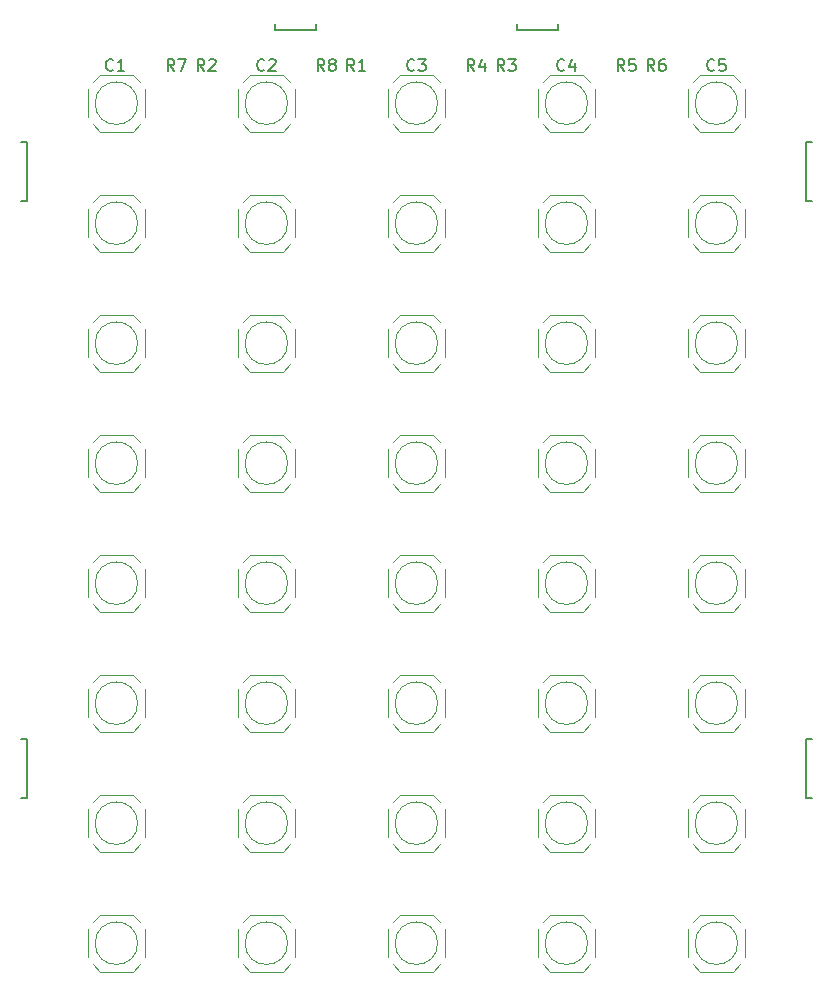
<source format=gbr>
%TF.GenerationSoftware,KiCad,Pcbnew,8.0.4*%
%TF.CreationDate,2024-09-09T09:43:21+10:00*%
%TF.ProjectId,ti45_keyboard,74693435-5f6b-4657-9962-6f6172642e6b,rev?*%
%TF.SameCoordinates,Original*%
%TF.FileFunction,Legend,Top*%
%TF.FilePolarity,Positive*%
%FSLAX46Y46*%
G04 Gerber Fmt 4.6, Leading zero omitted, Abs format (unit mm)*
G04 Created by KiCad (PCBNEW 8.0.4) date 2024-09-09 09:43:21*
%MOMM*%
%LPD*%
G01*
G04 APERTURE LIST*
%ADD10C,0.150000*%
%ADD11C,0.120000*%
G04 APERTURE END LIST*
D10*
X8500000Y-500000D02*
X8500000Y-1000000D01*
X-33000000Y-10500000D02*
X-33000000Y-15500000D01*
X-33000000Y-61000000D02*
X-33000000Y-66000000D01*
X-8500000Y-1000000D02*
X-8500000Y-500000D01*
X33500000Y-61000000D02*
X33000000Y-61000000D01*
X33000000Y-66000000D02*
X33500000Y-66000000D01*
X-33000000Y-66000000D02*
X-33500000Y-66000000D01*
X-8500000Y-1000000D02*
X-12000000Y-1000000D01*
X33000000Y-61000000D02*
X33000000Y-66000000D01*
X8500000Y-1000000D02*
X12000000Y-1000000D01*
X-33500000Y-15500000D02*
X-33000000Y-15500000D01*
X-33500000Y-10500000D02*
X-33000000Y-10500000D01*
X33500000Y-10500000D02*
X33000000Y-10500000D01*
X-33500000Y-61000000D02*
X-33000000Y-61000000D01*
X12000000Y-1000000D02*
X12000000Y-500000D01*
X-12000000Y-500000D02*
X-12000000Y-1000000D01*
X33000000Y-10500000D02*
X33000000Y-15500000D01*
X33000000Y-15500000D02*
X33500000Y-15500000D01*
X20153333Y-4454819D02*
X19820000Y-3978628D01*
X19581905Y-4454819D02*
X19581905Y-3454819D01*
X19581905Y-3454819D02*
X19962857Y-3454819D01*
X19962857Y-3454819D02*
X20058095Y-3502438D01*
X20058095Y-3502438D02*
X20105714Y-3550057D01*
X20105714Y-3550057D02*
X20153333Y-3645295D01*
X20153333Y-3645295D02*
X20153333Y-3788152D01*
X20153333Y-3788152D02*
X20105714Y-3883390D01*
X20105714Y-3883390D02*
X20058095Y-3931009D01*
X20058095Y-3931009D02*
X19962857Y-3978628D01*
X19962857Y-3978628D02*
X19581905Y-3978628D01*
X21010476Y-3454819D02*
X20820000Y-3454819D01*
X20820000Y-3454819D02*
X20724762Y-3502438D01*
X20724762Y-3502438D02*
X20677143Y-3550057D01*
X20677143Y-3550057D02*
X20581905Y-3692914D01*
X20581905Y-3692914D02*
X20534286Y-3883390D01*
X20534286Y-3883390D02*
X20534286Y-4264342D01*
X20534286Y-4264342D02*
X20581905Y-4359580D01*
X20581905Y-4359580D02*
X20629524Y-4407200D01*
X20629524Y-4407200D02*
X20724762Y-4454819D01*
X20724762Y-4454819D02*
X20915238Y-4454819D01*
X20915238Y-4454819D02*
X21010476Y-4407200D01*
X21010476Y-4407200D02*
X21058095Y-4359580D01*
X21058095Y-4359580D02*
X21105714Y-4264342D01*
X21105714Y-4264342D02*
X21105714Y-4026247D01*
X21105714Y-4026247D02*
X21058095Y-3931009D01*
X21058095Y-3931009D02*
X21010476Y-3883390D01*
X21010476Y-3883390D02*
X20915238Y-3835771D01*
X20915238Y-3835771D02*
X20724762Y-3835771D01*
X20724762Y-3835771D02*
X20629524Y-3883390D01*
X20629524Y-3883390D02*
X20581905Y-3931009D01*
X20581905Y-3931009D02*
X20534286Y-4026247D01*
X-12866666Y-4359580D02*
X-12914285Y-4407200D01*
X-12914285Y-4407200D02*
X-13057142Y-4454819D01*
X-13057142Y-4454819D02*
X-13152380Y-4454819D01*
X-13152380Y-4454819D02*
X-13295237Y-4407200D01*
X-13295237Y-4407200D02*
X-13390475Y-4311961D01*
X-13390475Y-4311961D02*
X-13438094Y-4216723D01*
X-13438094Y-4216723D02*
X-13485713Y-4026247D01*
X-13485713Y-4026247D02*
X-13485713Y-3883390D01*
X-13485713Y-3883390D02*
X-13438094Y-3692914D01*
X-13438094Y-3692914D02*
X-13390475Y-3597676D01*
X-13390475Y-3597676D02*
X-13295237Y-3502438D01*
X-13295237Y-3502438D02*
X-13152380Y-3454819D01*
X-13152380Y-3454819D02*
X-13057142Y-3454819D01*
X-13057142Y-3454819D02*
X-12914285Y-3502438D01*
X-12914285Y-3502438D02*
X-12866666Y-3550057D01*
X-12485713Y-3550057D02*
X-12438094Y-3502438D01*
X-12438094Y-3502438D02*
X-12342856Y-3454819D01*
X-12342856Y-3454819D02*
X-12104761Y-3454819D01*
X-12104761Y-3454819D02*
X-12009523Y-3502438D01*
X-12009523Y-3502438D02*
X-11961904Y-3550057D01*
X-11961904Y-3550057D02*
X-11914285Y-3645295D01*
X-11914285Y-3645295D02*
X-11914285Y-3740533D01*
X-11914285Y-3740533D02*
X-11961904Y-3883390D01*
X-11961904Y-3883390D02*
X-12533332Y-4454819D01*
X-12533332Y-4454819D02*
X-11914285Y-4454819D01*
X25233333Y-4359580D02*
X25185714Y-4407200D01*
X25185714Y-4407200D02*
X25042857Y-4454819D01*
X25042857Y-4454819D02*
X24947619Y-4454819D01*
X24947619Y-4454819D02*
X24804762Y-4407200D01*
X24804762Y-4407200D02*
X24709524Y-4311961D01*
X24709524Y-4311961D02*
X24661905Y-4216723D01*
X24661905Y-4216723D02*
X24614286Y-4026247D01*
X24614286Y-4026247D02*
X24614286Y-3883390D01*
X24614286Y-3883390D02*
X24661905Y-3692914D01*
X24661905Y-3692914D02*
X24709524Y-3597676D01*
X24709524Y-3597676D02*
X24804762Y-3502438D01*
X24804762Y-3502438D02*
X24947619Y-3454819D01*
X24947619Y-3454819D02*
X25042857Y-3454819D01*
X25042857Y-3454819D02*
X25185714Y-3502438D01*
X25185714Y-3502438D02*
X25233333Y-3550057D01*
X26138095Y-3454819D02*
X25661905Y-3454819D01*
X25661905Y-3454819D02*
X25614286Y-3931009D01*
X25614286Y-3931009D02*
X25661905Y-3883390D01*
X25661905Y-3883390D02*
X25757143Y-3835771D01*
X25757143Y-3835771D02*
X25995238Y-3835771D01*
X25995238Y-3835771D02*
X26090476Y-3883390D01*
X26090476Y-3883390D02*
X26138095Y-3931009D01*
X26138095Y-3931009D02*
X26185714Y-4026247D01*
X26185714Y-4026247D02*
X26185714Y-4264342D01*
X26185714Y-4264342D02*
X26138095Y-4359580D01*
X26138095Y-4359580D02*
X26090476Y-4407200D01*
X26090476Y-4407200D02*
X25995238Y-4454819D01*
X25995238Y-4454819D02*
X25757143Y-4454819D01*
X25757143Y-4454819D02*
X25661905Y-4407200D01*
X25661905Y-4407200D02*
X25614286Y-4359580D01*
X-166666Y-4359580D02*
X-214285Y-4407200D01*
X-214285Y-4407200D02*
X-357142Y-4454819D01*
X-357142Y-4454819D02*
X-452380Y-4454819D01*
X-452380Y-4454819D02*
X-595237Y-4407200D01*
X-595237Y-4407200D02*
X-690475Y-4311961D01*
X-690475Y-4311961D02*
X-738094Y-4216723D01*
X-738094Y-4216723D02*
X-785713Y-4026247D01*
X-785713Y-4026247D02*
X-785713Y-3883390D01*
X-785713Y-3883390D02*
X-738094Y-3692914D01*
X-738094Y-3692914D02*
X-690475Y-3597676D01*
X-690475Y-3597676D02*
X-595237Y-3502438D01*
X-595237Y-3502438D02*
X-452380Y-3454819D01*
X-452380Y-3454819D02*
X-357142Y-3454819D01*
X-357142Y-3454819D02*
X-214285Y-3502438D01*
X-214285Y-3502438D02*
X-166666Y-3550057D01*
X166667Y-3454819D02*
X785714Y-3454819D01*
X785714Y-3454819D02*
X452381Y-3835771D01*
X452381Y-3835771D02*
X595238Y-3835771D01*
X595238Y-3835771D02*
X690476Y-3883390D01*
X690476Y-3883390D02*
X738095Y-3931009D01*
X738095Y-3931009D02*
X785714Y-4026247D01*
X785714Y-4026247D02*
X785714Y-4264342D01*
X785714Y-4264342D02*
X738095Y-4359580D01*
X738095Y-4359580D02*
X690476Y-4407200D01*
X690476Y-4407200D02*
X595238Y-4454819D01*
X595238Y-4454819D02*
X309524Y-4454819D01*
X309524Y-4454819D02*
X214286Y-4407200D01*
X214286Y-4407200D02*
X166667Y-4359580D01*
X4913333Y-4454819D02*
X4580000Y-3978628D01*
X4341905Y-4454819D02*
X4341905Y-3454819D01*
X4341905Y-3454819D02*
X4722857Y-3454819D01*
X4722857Y-3454819D02*
X4818095Y-3502438D01*
X4818095Y-3502438D02*
X4865714Y-3550057D01*
X4865714Y-3550057D02*
X4913333Y-3645295D01*
X4913333Y-3645295D02*
X4913333Y-3788152D01*
X4913333Y-3788152D02*
X4865714Y-3883390D01*
X4865714Y-3883390D02*
X4818095Y-3931009D01*
X4818095Y-3931009D02*
X4722857Y-3978628D01*
X4722857Y-3978628D02*
X4341905Y-3978628D01*
X5770476Y-3788152D02*
X5770476Y-4454819D01*
X5532381Y-3407200D02*
X5294286Y-4121485D01*
X5294286Y-4121485D02*
X5913333Y-4121485D01*
X-20486666Y-4454819D02*
X-20819999Y-3978628D01*
X-21058094Y-4454819D02*
X-21058094Y-3454819D01*
X-21058094Y-3454819D02*
X-20677142Y-3454819D01*
X-20677142Y-3454819D02*
X-20581904Y-3502438D01*
X-20581904Y-3502438D02*
X-20534285Y-3550057D01*
X-20534285Y-3550057D02*
X-20486666Y-3645295D01*
X-20486666Y-3645295D02*
X-20486666Y-3788152D01*
X-20486666Y-3788152D02*
X-20534285Y-3883390D01*
X-20534285Y-3883390D02*
X-20581904Y-3931009D01*
X-20581904Y-3931009D02*
X-20677142Y-3978628D01*
X-20677142Y-3978628D02*
X-21058094Y-3978628D01*
X-20153332Y-3454819D02*
X-19486666Y-3454819D01*
X-19486666Y-3454819D02*
X-19915237Y-4454819D01*
X12533333Y-4359580D02*
X12485714Y-4407200D01*
X12485714Y-4407200D02*
X12342857Y-4454819D01*
X12342857Y-4454819D02*
X12247619Y-4454819D01*
X12247619Y-4454819D02*
X12104762Y-4407200D01*
X12104762Y-4407200D02*
X12009524Y-4311961D01*
X12009524Y-4311961D02*
X11961905Y-4216723D01*
X11961905Y-4216723D02*
X11914286Y-4026247D01*
X11914286Y-4026247D02*
X11914286Y-3883390D01*
X11914286Y-3883390D02*
X11961905Y-3692914D01*
X11961905Y-3692914D02*
X12009524Y-3597676D01*
X12009524Y-3597676D02*
X12104762Y-3502438D01*
X12104762Y-3502438D02*
X12247619Y-3454819D01*
X12247619Y-3454819D02*
X12342857Y-3454819D01*
X12342857Y-3454819D02*
X12485714Y-3502438D01*
X12485714Y-3502438D02*
X12533333Y-3550057D01*
X13390476Y-3788152D02*
X13390476Y-4454819D01*
X13152381Y-3407200D02*
X12914286Y-4121485D01*
X12914286Y-4121485D02*
X13533333Y-4121485D01*
X-17946666Y-4454819D02*
X-18279999Y-3978628D01*
X-18518094Y-4454819D02*
X-18518094Y-3454819D01*
X-18518094Y-3454819D02*
X-18137142Y-3454819D01*
X-18137142Y-3454819D02*
X-18041904Y-3502438D01*
X-18041904Y-3502438D02*
X-17994285Y-3550057D01*
X-17994285Y-3550057D02*
X-17946666Y-3645295D01*
X-17946666Y-3645295D02*
X-17946666Y-3788152D01*
X-17946666Y-3788152D02*
X-17994285Y-3883390D01*
X-17994285Y-3883390D02*
X-18041904Y-3931009D01*
X-18041904Y-3931009D02*
X-18137142Y-3978628D01*
X-18137142Y-3978628D02*
X-18518094Y-3978628D01*
X-17565713Y-3550057D02*
X-17518094Y-3502438D01*
X-17518094Y-3502438D02*
X-17422856Y-3454819D01*
X-17422856Y-3454819D02*
X-17184761Y-3454819D01*
X-17184761Y-3454819D02*
X-17089523Y-3502438D01*
X-17089523Y-3502438D02*
X-17041904Y-3550057D01*
X-17041904Y-3550057D02*
X-16994285Y-3645295D01*
X-16994285Y-3645295D02*
X-16994285Y-3740533D01*
X-16994285Y-3740533D02*
X-17041904Y-3883390D01*
X-17041904Y-3883390D02*
X-17613332Y-4454819D01*
X-17613332Y-4454819D02*
X-16994285Y-4454819D01*
X-5266666Y-4454819D02*
X-5599999Y-3978628D01*
X-5838094Y-4454819D02*
X-5838094Y-3454819D01*
X-5838094Y-3454819D02*
X-5457142Y-3454819D01*
X-5457142Y-3454819D02*
X-5361904Y-3502438D01*
X-5361904Y-3502438D02*
X-5314285Y-3550057D01*
X-5314285Y-3550057D02*
X-5266666Y-3645295D01*
X-5266666Y-3645295D02*
X-5266666Y-3788152D01*
X-5266666Y-3788152D02*
X-5314285Y-3883390D01*
X-5314285Y-3883390D02*
X-5361904Y-3931009D01*
X-5361904Y-3931009D02*
X-5457142Y-3978628D01*
X-5457142Y-3978628D02*
X-5838094Y-3978628D01*
X-4314285Y-4454819D02*
X-4885713Y-4454819D01*
X-4599999Y-4454819D02*
X-4599999Y-3454819D01*
X-4599999Y-3454819D02*
X-4695237Y-3597676D01*
X-4695237Y-3597676D02*
X-4790475Y-3692914D01*
X-4790475Y-3692914D02*
X-4885713Y-3740533D01*
X17613333Y-4454819D02*
X17280000Y-3978628D01*
X17041905Y-4454819D02*
X17041905Y-3454819D01*
X17041905Y-3454819D02*
X17422857Y-3454819D01*
X17422857Y-3454819D02*
X17518095Y-3502438D01*
X17518095Y-3502438D02*
X17565714Y-3550057D01*
X17565714Y-3550057D02*
X17613333Y-3645295D01*
X17613333Y-3645295D02*
X17613333Y-3788152D01*
X17613333Y-3788152D02*
X17565714Y-3883390D01*
X17565714Y-3883390D02*
X17518095Y-3931009D01*
X17518095Y-3931009D02*
X17422857Y-3978628D01*
X17422857Y-3978628D02*
X17041905Y-3978628D01*
X18518095Y-3454819D02*
X18041905Y-3454819D01*
X18041905Y-3454819D02*
X17994286Y-3931009D01*
X17994286Y-3931009D02*
X18041905Y-3883390D01*
X18041905Y-3883390D02*
X18137143Y-3835771D01*
X18137143Y-3835771D02*
X18375238Y-3835771D01*
X18375238Y-3835771D02*
X18470476Y-3883390D01*
X18470476Y-3883390D02*
X18518095Y-3931009D01*
X18518095Y-3931009D02*
X18565714Y-4026247D01*
X18565714Y-4026247D02*
X18565714Y-4264342D01*
X18565714Y-4264342D02*
X18518095Y-4359580D01*
X18518095Y-4359580D02*
X18470476Y-4407200D01*
X18470476Y-4407200D02*
X18375238Y-4454819D01*
X18375238Y-4454819D02*
X18137143Y-4454819D01*
X18137143Y-4454819D02*
X18041905Y-4407200D01*
X18041905Y-4407200D02*
X17994286Y-4359580D01*
X-7786666Y-4454819D02*
X-8119999Y-3978628D01*
X-8358094Y-4454819D02*
X-8358094Y-3454819D01*
X-8358094Y-3454819D02*
X-7977142Y-3454819D01*
X-7977142Y-3454819D02*
X-7881904Y-3502438D01*
X-7881904Y-3502438D02*
X-7834285Y-3550057D01*
X-7834285Y-3550057D02*
X-7786666Y-3645295D01*
X-7786666Y-3645295D02*
X-7786666Y-3788152D01*
X-7786666Y-3788152D02*
X-7834285Y-3883390D01*
X-7834285Y-3883390D02*
X-7881904Y-3931009D01*
X-7881904Y-3931009D02*
X-7977142Y-3978628D01*
X-7977142Y-3978628D02*
X-8358094Y-3978628D01*
X-7215237Y-3883390D02*
X-7310475Y-3835771D01*
X-7310475Y-3835771D02*
X-7358094Y-3788152D01*
X-7358094Y-3788152D02*
X-7405713Y-3692914D01*
X-7405713Y-3692914D02*
X-7405713Y-3645295D01*
X-7405713Y-3645295D02*
X-7358094Y-3550057D01*
X-7358094Y-3550057D02*
X-7310475Y-3502438D01*
X-7310475Y-3502438D02*
X-7215237Y-3454819D01*
X-7215237Y-3454819D02*
X-7024761Y-3454819D01*
X-7024761Y-3454819D02*
X-6929523Y-3502438D01*
X-6929523Y-3502438D02*
X-6881904Y-3550057D01*
X-6881904Y-3550057D02*
X-6834285Y-3645295D01*
X-6834285Y-3645295D02*
X-6834285Y-3692914D01*
X-6834285Y-3692914D02*
X-6881904Y-3788152D01*
X-6881904Y-3788152D02*
X-6929523Y-3835771D01*
X-6929523Y-3835771D02*
X-7024761Y-3883390D01*
X-7024761Y-3883390D02*
X-7215237Y-3883390D01*
X-7215237Y-3883390D02*
X-7310475Y-3931009D01*
X-7310475Y-3931009D02*
X-7358094Y-3978628D01*
X-7358094Y-3978628D02*
X-7405713Y-4073866D01*
X-7405713Y-4073866D02*
X-7405713Y-4264342D01*
X-7405713Y-4264342D02*
X-7358094Y-4359580D01*
X-7358094Y-4359580D02*
X-7310475Y-4407200D01*
X-7310475Y-4407200D02*
X-7215237Y-4454819D01*
X-7215237Y-4454819D02*
X-7024761Y-4454819D01*
X-7024761Y-4454819D02*
X-6929523Y-4407200D01*
X-6929523Y-4407200D02*
X-6881904Y-4359580D01*
X-6881904Y-4359580D02*
X-6834285Y-4264342D01*
X-6834285Y-4264342D02*
X-6834285Y-4073866D01*
X-6834285Y-4073866D02*
X-6881904Y-3978628D01*
X-6881904Y-3978628D02*
X-6929523Y-3931009D01*
X-6929523Y-3931009D02*
X-7024761Y-3883390D01*
X7453333Y-4454819D02*
X7120000Y-3978628D01*
X6881905Y-4454819D02*
X6881905Y-3454819D01*
X6881905Y-3454819D02*
X7262857Y-3454819D01*
X7262857Y-3454819D02*
X7358095Y-3502438D01*
X7358095Y-3502438D02*
X7405714Y-3550057D01*
X7405714Y-3550057D02*
X7453333Y-3645295D01*
X7453333Y-3645295D02*
X7453333Y-3788152D01*
X7453333Y-3788152D02*
X7405714Y-3883390D01*
X7405714Y-3883390D02*
X7358095Y-3931009D01*
X7358095Y-3931009D02*
X7262857Y-3978628D01*
X7262857Y-3978628D02*
X6881905Y-3978628D01*
X7786667Y-3454819D02*
X8405714Y-3454819D01*
X8405714Y-3454819D02*
X8072381Y-3835771D01*
X8072381Y-3835771D02*
X8215238Y-3835771D01*
X8215238Y-3835771D02*
X8310476Y-3883390D01*
X8310476Y-3883390D02*
X8358095Y-3931009D01*
X8358095Y-3931009D02*
X8405714Y-4026247D01*
X8405714Y-4026247D02*
X8405714Y-4264342D01*
X8405714Y-4264342D02*
X8358095Y-4359580D01*
X8358095Y-4359580D02*
X8310476Y-4407200D01*
X8310476Y-4407200D02*
X8215238Y-4454819D01*
X8215238Y-4454819D02*
X7929524Y-4454819D01*
X7929524Y-4454819D02*
X7834286Y-4407200D01*
X7834286Y-4407200D02*
X7786667Y-4359580D01*
X-25666666Y-4359580D02*
X-25714285Y-4407200D01*
X-25714285Y-4407200D02*
X-25857142Y-4454819D01*
X-25857142Y-4454819D02*
X-25952380Y-4454819D01*
X-25952380Y-4454819D02*
X-26095237Y-4407200D01*
X-26095237Y-4407200D02*
X-26190475Y-4311961D01*
X-26190475Y-4311961D02*
X-26238094Y-4216723D01*
X-26238094Y-4216723D02*
X-26285713Y-4026247D01*
X-26285713Y-4026247D02*
X-26285713Y-3883390D01*
X-26285713Y-3883390D02*
X-26238094Y-3692914D01*
X-26238094Y-3692914D02*
X-26190475Y-3597676D01*
X-26190475Y-3597676D02*
X-26095237Y-3502438D01*
X-26095237Y-3502438D02*
X-25952380Y-3454819D01*
X-25952380Y-3454819D02*
X-25857142Y-3454819D01*
X-25857142Y-3454819D02*
X-25714285Y-3502438D01*
X-25714285Y-3502438D02*
X-25666666Y-3550057D01*
X-24714285Y-4454819D02*
X-25285713Y-4454819D01*
X-24999999Y-4454819D02*
X-24999999Y-3454819D01*
X-24999999Y-3454819D02*
X-25095237Y-3597676D01*
X-25095237Y-3597676D02*
X-25190475Y-3692914D01*
X-25190475Y-3692914D02*
X-25285713Y-3740533D01*
D11*
%TO.C,SW1*%
X-27800000Y-8390000D02*
X-27800000Y-5990000D01*
X-27400000Y-5390000D02*
X-26800000Y-4790000D01*
X-26800000Y-4790000D02*
X-24000000Y-4790000D01*
X-26800000Y-9590000D02*
X-27400000Y-8990000D01*
X-24000000Y-4790000D02*
X-23400000Y-5390000D01*
X-24000000Y-9590000D02*
X-26800000Y-9590000D01*
X-23400000Y-8990000D02*
X-24000000Y-9590000D01*
X-23000000Y-5990000D02*
X-23000000Y-8390000D01*
X-23600000Y-7190000D02*
G75*
G02*
X-27200000Y-7190000I-1800000J0D01*
G01*
X-27200000Y-7190000D02*
G75*
G02*
X-23600000Y-7190000I1800000J0D01*
G01*
%TO.C,SW27*%
X-15100000Y-59190000D02*
X-15100000Y-56790000D01*
X-14700000Y-56190000D02*
X-14100000Y-55590000D01*
X-14100000Y-55590000D02*
X-11300000Y-55590000D01*
X-14100000Y-60390000D02*
X-14700000Y-59790000D01*
X-11300000Y-55590000D02*
X-10700000Y-56190000D01*
X-11300000Y-60390000D02*
X-14100000Y-60390000D01*
X-10700000Y-59790000D02*
X-11300000Y-60390000D01*
X-10300000Y-56790000D02*
X-10300000Y-59190000D01*
X-10900000Y-57990000D02*
G75*
G02*
X-14500000Y-57990000I-1800000J0D01*
G01*
X-14500000Y-57990000D02*
G75*
G02*
X-10900000Y-57990000I1800000J0D01*
G01*
%TO.C,SW7*%
X-15100000Y-18550000D02*
X-15100000Y-16150000D01*
X-14700000Y-15550000D02*
X-14100000Y-14950000D01*
X-14100000Y-14950000D02*
X-11300000Y-14950000D01*
X-14100000Y-19750000D02*
X-14700000Y-19150000D01*
X-11300000Y-14950000D02*
X-10700000Y-15550000D01*
X-11300000Y-19750000D02*
X-14100000Y-19750000D01*
X-10700000Y-19150000D02*
X-11300000Y-19750000D01*
X-10300000Y-16150000D02*
X-10300000Y-18550000D01*
X-10900000Y-17350000D02*
G75*
G02*
X-14500000Y-17350000I-1800000J0D01*
G01*
X-14500000Y-17350000D02*
G75*
G02*
X-10900000Y-17350000I1800000J0D01*
G01*
%TO.C,SW34*%
X10300000Y-69350000D02*
X10300000Y-66950000D01*
X10700000Y-66350000D02*
X11300000Y-65750000D01*
X11300000Y-65750000D02*
X14100000Y-65750000D01*
X11300000Y-70550000D02*
X10700000Y-69950000D01*
X14100000Y-65750000D02*
X14700000Y-66350000D01*
X14100000Y-70550000D02*
X11300000Y-70550000D01*
X14700000Y-69950000D02*
X14100000Y-70550000D01*
X15100000Y-66950000D02*
X15100000Y-69350000D01*
X14500000Y-68150000D02*
G75*
G02*
X10900000Y-68150000I-1800000J0D01*
G01*
X10900000Y-68150000D02*
G75*
G02*
X14500000Y-68150000I1800000J0D01*
G01*
%TO.C,SW6*%
X-27800000Y-18550000D02*
X-27800000Y-16150000D01*
X-27400000Y-15550000D02*
X-26800000Y-14950000D01*
X-26800000Y-14950000D02*
X-24000000Y-14950000D01*
X-26800000Y-19750000D02*
X-27400000Y-19150000D01*
X-24000000Y-14950000D02*
X-23400000Y-15550000D01*
X-24000000Y-19750000D02*
X-26800000Y-19750000D01*
X-23400000Y-19150000D02*
X-24000000Y-19750000D01*
X-23000000Y-16150000D02*
X-23000000Y-18550000D01*
X-23600000Y-17350000D02*
G75*
G02*
X-27200000Y-17350000I-1800000J0D01*
G01*
X-27200000Y-17350000D02*
G75*
G02*
X-23600000Y-17350000I1800000J0D01*
G01*
%TO.C,SW33*%
X-2400000Y-69350000D02*
X-2400000Y-66950000D01*
X-2000000Y-66350000D02*
X-1400000Y-65750000D01*
X-1400000Y-65750000D02*
X1400000Y-65750000D01*
X-1400000Y-70550000D02*
X-2000000Y-69950000D01*
X1400000Y-65750000D02*
X2000000Y-66350000D01*
X1400000Y-70550000D02*
X-1400000Y-70550000D01*
X2000000Y-69950000D02*
X1400000Y-70550000D01*
X2400000Y-66950000D02*
X2400000Y-69350000D01*
X1800000Y-68150000D02*
G75*
G02*
X-1800000Y-68150000I-1800000J0D01*
G01*
X-1800000Y-68150000D02*
G75*
G02*
X1800000Y-68150000I1800000J0D01*
G01*
%TO.C,SW17*%
X-15100000Y-38870000D02*
X-15100000Y-36470000D01*
X-14700000Y-35870000D02*
X-14100000Y-35270000D01*
X-14100000Y-35270000D02*
X-11300000Y-35270000D01*
X-14100000Y-40070000D02*
X-14700000Y-39470000D01*
X-11300000Y-35270000D02*
X-10700000Y-35870000D01*
X-11300000Y-40070000D02*
X-14100000Y-40070000D01*
X-10700000Y-39470000D02*
X-11300000Y-40070000D01*
X-10300000Y-36470000D02*
X-10300000Y-38870000D01*
X-10900000Y-37670000D02*
G75*
G02*
X-14500000Y-37670000I-1800000J0D01*
G01*
X-14500000Y-37670000D02*
G75*
G02*
X-10900000Y-37670000I1800000J0D01*
G01*
%TO.C,SW2*%
X-15100000Y-8390000D02*
X-15100000Y-5990000D01*
X-14700000Y-5390000D02*
X-14100000Y-4790000D01*
X-14100000Y-4790000D02*
X-11300000Y-4790000D01*
X-14100000Y-9590000D02*
X-14700000Y-8990000D01*
X-11300000Y-4790000D02*
X-10700000Y-5390000D01*
X-11300000Y-9590000D02*
X-14100000Y-9590000D01*
X-10700000Y-8990000D02*
X-11300000Y-9590000D01*
X-10300000Y-5990000D02*
X-10300000Y-8390000D01*
X-10900000Y-7190000D02*
G75*
G02*
X-14500000Y-7190000I-1800000J0D01*
G01*
X-14500000Y-7190000D02*
G75*
G02*
X-10900000Y-7190000I1800000J0D01*
G01*
%TO.C,SW28*%
X-2400000Y-59190000D02*
X-2400000Y-56790000D01*
X-2000000Y-56190000D02*
X-1400000Y-55590000D01*
X-1400000Y-55590000D02*
X1400000Y-55590000D01*
X-1400000Y-60390000D02*
X-2000000Y-59790000D01*
X1400000Y-55590000D02*
X2000000Y-56190000D01*
X1400000Y-60390000D02*
X-1400000Y-60390000D01*
X2000000Y-59790000D02*
X1400000Y-60390000D01*
X2400000Y-56790000D02*
X2400000Y-59190000D01*
X1800000Y-57990000D02*
G75*
G02*
X-1800000Y-57990000I-1800000J0D01*
G01*
X-1800000Y-57990000D02*
G75*
G02*
X1800000Y-57990000I1800000J0D01*
G01*
%TO.C,SW19*%
X10300000Y-38870000D02*
X10300000Y-36470000D01*
X10700000Y-35870000D02*
X11300000Y-35270000D01*
X11300000Y-35270000D02*
X14100000Y-35270000D01*
X11300000Y-40070000D02*
X10700000Y-39470000D01*
X14100000Y-35270000D02*
X14700000Y-35870000D01*
X14100000Y-40070000D02*
X11300000Y-40070000D01*
X14700000Y-39470000D02*
X14100000Y-40070000D01*
X15100000Y-36470000D02*
X15100000Y-38870000D01*
X14500000Y-37670000D02*
G75*
G02*
X10900000Y-37670000I-1800000J0D01*
G01*
X10900000Y-37670000D02*
G75*
G02*
X14500000Y-37670000I1800000J0D01*
G01*
%TO.C,SW8*%
X-2400000Y-18550000D02*
X-2400000Y-16150000D01*
X-2000000Y-15550000D02*
X-1400000Y-14950000D01*
X-1400000Y-14950000D02*
X1400000Y-14950000D01*
X-1400000Y-19750000D02*
X-2000000Y-19150000D01*
X1400000Y-14950000D02*
X2000000Y-15550000D01*
X1400000Y-19750000D02*
X-1400000Y-19750000D01*
X2000000Y-19150000D02*
X1400000Y-19750000D01*
X2400000Y-16150000D02*
X2400000Y-18550000D01*
X1800000Y-17350000D02*
G75*
G02*
X-1800000Y-17350000I-1800000J0D01*
G01*
X-1800000Y-17350000D02*
G75*
G02*
X1800000Y-17350000I1800000J0D01*
G01*
%TO.C,SW40*%
X23000000Y-79510000D02*
X23000000Y-77110000D01*
X23400000Y-76510000D02*
X24000000Y-75910000D01*
X24000000Y-75910000D02*
X26800000Y-75910000D01*
X24000000Y-80710000D02*
X23400000Y-80110000D01*
X26800000Y-75910000D02*
X27400000Y-76510000D01*
X26800000Y-80710000D02*
X24000000Y-80710000D01*
X27400000Y-80110000D02*
X26800000Y-80710000D01*
X27800000Y-77110000D02*
X27800000Y-79510000D01*
X27200000Y-78310000D02*
G75*
G02*
X23600000Y-78310000I-1800000J0D01*
G01*
X23600000Y-78310000D02*
G75*
G02*
X27200000Y-78310000I1800000J0D01*
G01*
%TO.C,SW39*%
X10300000Y-79510000D02*
X10300000Y-77110000D01*
X10700000Y-76510000D02*
X11300000Y-75910000D01*
X11300000Y-75910000D02*
X14100000Y-75910000D01*
X11300000Y-80710000D02*
X10700000Y-80110000D01*
X14100000Y-75910000D02*
X14700000Y-76510000D01*
X14100000Y-80710000D02*
X11300000Y-80710000D01*
X14700000Y-80110000D02*
X14100000Y-80710000D01*
X15100000Y-77110000D02*
X15100000Y-79510000D01*
X14500000Y-78310000D02*
G75*
G02*
X10900000Y-78310000I-1800000J0D01*
G01*
X10900000Y-78310000D02*
G75*
G02*
X14500000Y-78310000I1800000J0D01*
G01*
%TO.C,SW20*%
X23000000Y-38870000D02*
X23000000Y-36470000D01*
X23400000Y-35870000D02*
X24000000Y-35270000D01*
X24000000Y-35270000D02*
X26800000Y-35270000D01*
X24000000Y-40070000D02*
X23400000Y-39470000D01*
X26800000Y-35270000D02*
X27400000Y-35870000D01*
X26800000Y-40070000D02*
X24000000Y-40070000D01*
X27400000Y-39470000D02*
X26800000Y-40070000D01*
X27800000Y-36470000D02*
X27800000Y-38870000D01*
X27200000Y-37670000D02*
G75*
G02*
X23600000Y-37670000I-1800000J0D01*
G01*
X23600000Y-37670000D02*
G75*
G02*
X27200000Y-37670000I1800000J0D01*
G01*
%TO.C,SW26*%
X-27800000Y-59190000D02*
X-27800000Y-56790000D01*
X-27400000Y-56190000D02*
X-26800000Y-55590000D01*
X-26800000Y-55590000D02*
X-24000000Y-55590000D01*
X-26800000Y-60390000D02*
X-27400000Y-59790000D01*
X-24000000Y-55590000D02*
X-23400000Y-56190000D01*
X-24000000Y-60390000D02*
X-26800000Y-60390000D01*
X-23400000Y-59790000D02*
X-24000000Y-60390000D01*
X-23000000Y-56790000D02*
X-23000000Y-59190000D01*
X-23600000Y-57990000D02*
G75*
G02*
X-27200000Y-57990000I-1800000J0D01*
G01*
X-27200000Y-57990000D02*
G75*
G02*
X-23600000Y-57990000I1800000J0D01*
G01*
%TO.C,SW5*%
X23000000Y-8390000D02*
X23000000Y-5990000D01*
X23400000Y-5390000D02*
X24000000Y-4790000D01*
X24000000Y-4790000D02*
X26800000Y-4790000D01*
X24000000Y-9590000D02*
X23400000Y-8990000D01*
X26800000Y-4790000D02*
X27400000Y-5390000D01*
X26800000Y-9590000D02*
X24000000Y-9590000D01*
X27400000Y-8990000D02*
X26800000Y-9590000D01*
X27800000Y-5990000D02*
X27800000Y-8390000D01*
X27200000Y-7190000D02*
G75*
G02*
X23600000Y-7190000I-1800000J0D01*
G01*
X23600000Y-7190000D02*
G75*
G02*
X27200000Y-7190000I1800000J0D01*
G01*
%TO.C,SW15*%
X23000000Y-28710000D02*
X23000000Y-26310000D01*
X23400000Y-25710000D02*
X24000000Y-25110000D01*
X24000000Y-25110000D02*
X26800000Y-25110000D01*
X24000000Y-29910000D02*
X23400000Y-29310000D01*
X26800000Y-25110000D02*
X27400000Y-25710000D01*
X26800000Y-29910000D02*
X24000000Y-29910000D01*
X27400000Y-29310000D02*
X26800000Y-29910000D01*
X27800000Y-26310000D02*
X27800000Y-28710000D01*
X27200000Y-27510000D02*
G75*
G02*
X23600000Y-27510000I-1800000J0D01*
G01*
X23600000Y-27510000D02*
G75*
G02*
X27200000Y-27510000I1800000J0D01*
G01*
%TO.C,SW4*%
X10300000Y-8390000D02*
X10300000Y-5990000D01*
X10700000Y-5390000D02*
X11300000Y-4790000D01*
X11300000Y-4790000D02*
X14100000Y-4790000D01*
X11300000Y-9590000D02*
X10700000Y-8990000D01*
X14100000Y-4790000D02*
X14700000Y-5390000D01*
X14100000Y-9590000D02*
X11300000Y-9590000D01*
X14700000Y-8990000D02*
X14100000Y-9590000D01*
X15100000Y-5990000D02*
X15100000Y-8390000D01*
X14500000Y-7190000D02*
G75*
G02*
X10900000Y-7190000I-1800000J0D01*
G01*
X10900000Y-7190000D02*
G75*
G02*
X14500000Y-7190000I1800000J0D01*
G01*
%TO.C,SW37*%
X-15100000Y-79510000D02*
X-15100000Y-77110000D01*
X-14700000Y-76510000D02*
X-14100000Y-75910000D01*
X-14100000Y-75910000D02*
X-11300000Y-75910000D01*
X-14100000Y-80710000D02*
X-14700000Y-80110000D01*
X-11300000Y-75910000D02*
X-10700000Y-76510000D01*
X-11300000Y-80710000D02*
X-14100000Y-80710000D01*
X-10700000Y-80110000D02*
X-11300000Y-80710000D01*
X-10300000Y-77110000D02*
X-10300000Y-79510000D01*
X-10900000Y-78310000D02*
G75*
G02*
X-14500000Y-78310000I-1800000J0D01*
G01*
X-14500000Y-78310000D02*
G75*
G02*
X-10900000Y-78310000I1800000J0D01*
G01*
%TO.C,SW21*%
X-27800000Y-49030000D02*
X-27800000Y-46630000D01*
X-27400000Y-46030000D02*
X-26800000Y-45430000D01*
X-26800000Y-45430000D02*
X-24000000Y-45430000D01*
X-26800000Y-50230000D02*
X-27400000Y-49630000D01*
X-24000000Y-45430000D02*
X-23400000Y-46030000D01*
X-24000000Y-50230000D02*
X-26800000Y-50230000D01*
X-23400000Y-49630000D02*
X-24000000Y-50230000D01*
X-23000000Y-46630000D02*
X-23000000Y-49030000D01*
X-23600000Y-47830000D02*
G75*
G02*
X-27200000Y-47830000I-1800000J0D01*
G01*
X-27200000Y-47830000D02*
G75*
G02*
X-23600000Y-47830000I1800000J0D01*
G01*
%TO.C,SW16*%
X-27800000Y-38870000D02*
X-27800000Y-36470000D01*
X-27400000Y-35870000D02*
X-26800000Y-35270000D01*
X-26800000Y-35270000D02*
X-24000000Y-35270000D01*
X-26800000Y-40070000D02*
X-27400000Y-39470000D01*
X-24000000Y-35270000D02*
X-23400000Y-35870000D01*
X-24000000Y-40070000D02*
X-26800000Y-40070000D01*
X-23400000Y-39470000D02*
X-24000000Y-40070000D01*
X-23000000Y-36470000D02*
X-23000000Y-38870000D01*
X-23600000Y-37670000D02*
G75*
G02*
X-27200000Y-37670000I-1800000J0D01*
G01*
X-27200000Y-37670000D02*
G75*
G02*
X-23600000Y-37670000I1800000J0D01*
G01*
%TO.C,SW3*%
X-2400000Y-8390000D02*
X-2400000Y-5990000D01*
X-2000000Y-5390000D02*
X-1400000Y-4790000D01*
X-1400000Y-4790000D02*
X1400000Y-4790000D01*
X-1400000Y-9590000D02*
X-2000000Y-8990000D01*
X1400000Y-4790000D02*
X2000000Y-5390000D01*
X1400000Y-9590000D02*
X-1400000Y-9590000D01*
X2000000Y-8990000D02*
X1400000Y-9590000D01*
X2400000Y-5990000D02*
X2400000Y-8390000D01*
X1800000Y-7190000D02*
G75*
G02*
X-1800000Y-7190000I-1800000J0D01*
G01*
X-1800000Y-7190000D02*
G75*
G02*
X1800000Y-7190000I1800000J0D01*
G01*
%TO.C,SW35*%
X23000000Y-69350000D02*
X23000000Y-66950000D01*
X23400000Y-66350000D02*
X24000000Y-65750000D01*
X24000000Y-65750000D02*
X26800000Y-65750000D01*
X24000000Y-70550000D02*
X23400000Y-69950000D01*
X26800000Y-65750000D02*
X27400000Y-66350000D01*
X26800000Y-70550000D02*
X24000000Y-70550000D01*
X27400000Y-69950000D02*
X26800000Y-70550000D01*
X27800000Y-66950000D02*
X27800000Y-69350000D01*
X27200000Y-68150000D02*
G75*
G02*
X23600000Y-68150000I-1800000J0D01*
G01*
X23600000Y-68150000D02*
G75*
G02*
X27200000Y-68150000I1800000J0D01*
G01*
%TO.C,SW32*%
X-15100000Y-69350000D02*
X-15100000Y-66950000D01*
X-14700000Y-66350000D02*
X-14100000Y-65750000D01*
X-14100000Y-65750000D02*
X-11300000Y-65750000D01*
X-14100000Y-70550000D02*
X-14700000Y-69950000D01*
X-11300000Y-65750000D02*
X-10700000Y-66350000D01*
X-11300000Y-70550000D02*
X-14100000Y-70550000D01*
X-10700000Y-69950000D02*
X-11300000Y-70550000D01*
X-10300000Y-66950000D02*
X-10300000Y-69350000D01*
X-10900000Y-68150000D02*
G75*
G02*
X-14500000Y-68150000I-1800000J0D01*
G01*
X-14500000Y-68150000D02*
G75*
G02*
X-10900000Y-68150000I1800000J0D01*
G01*
%TO.C,SW12*%
X-15100000Y-28710000D02*
X-15100000Y-26310000D01*
X-14700000Y-25710000D02*
X-14100000Y-25110000D01*
X-14100000Y-25110000D02*
X-11300000Y-25110000D01*
X-14100000Y-29910000D02*
X-14700000Y-29310000D01*
X-11300000Y-25110000D02*
X-10700000Y-25710000D01*
X-11300000Y-29910000D02*
X-14100000Y-29910000D01*
X-10700000Y-29310000D02*
X-11300000Y-29910000D01*
X-10300000Y-26310000D02*
X-10300000Y-28710000D01*
X-10900000Y-27510000D02*
G75*
G02*
X-14500000Y-27510000I-1800000J0D01*
G01*
X-14500000Y-27510000D02*
G75*
G02*
X-10900000Y-27510000I1800000J0D01*
G01*
%TO.C,SW14*%
X10300000Y-28710000D02*
X10300000Y-26310000D01*
X10700000Y-25710000D02*
X11300000Y-25110000D01*
X11300000Y-25110000D02*
X14100000Y-25110000D01*
X11300000Y-29910000D02*
X10700000Y-29310000D01*
X14100000Y-25110000D02*
X14700000Y-25710000D01*
X14100000Y-29910000D02*
X11300000Y-29910000D01*
X14700000Y-29310000D02*
X14100000Y-29910000D01*
X15100000Y-26310000D02*
X15100000Y-28710000D01*
X14500000Y-27510000D02*
G75*
G02*
X10900000Y-27510000I-1800000J0D01*
G01*
X10900000Y-27510000D02*
G75*
G02*
X14500000Y-27510000I1800000J0D01*
G01*
%TO.C,SW24*%
X10300000Y-49030000D02*
X10300000Y-46630000D01*
X10700000Y-46030000D02*
X11300000Y-45430000D01*
X11300000Y-45430000D02*
X14100000Y-45430000D01*
X11300000Y-50230000D02*
X10700000Y-49630000D01*
X14100000Y-45430000D02*
X14700000Y-46030000D01*
X14100000Y-50230000D02*
X11300000Y-50230000D01*
X14700000Y-49630000D02*
X14100000Y-50230000D01*
X15100000Y-46630000D02*
X15100000Y-49030000D01*
X14500000Y-47830000D02*
G75*
G02*
X10900000Y-47830000I-1800000J0D01*
G01*
X10900000Y-47830000D02*
G75*
G02*
X14500000Y-47830000I1800000J0D01*
G01*
%TO.C,SW9*%
X10300000Y-18550000D02*
X10300000Y-16150000D01*
X10700000Y-15550000D02*
X11300000Y-14950000D01*
X11300000Y-14950000D02*
X14100000Y-14950000D01*
X11300000Y-19750000D02*
X10700000Y-19150000D01*
X14100000Y-14950000D02*
X14700000Y-15550000D01*
X14100000Y-19750000D02*
X11300000Y-19750000D01*
X14700000Y-19150000D02*
X14100000Y-19750000D01*
X15100000Y-16150000D02*
X15100000Y-18550000D01*
X14500000Y-17350000D02*
G75*
G02*
X10900000Y-17350000I-1800000J0D01*
G01*
X10900000Y-17350000D02*
G75*
G02*
X14500000Y-17350000I1800000J0D01*
G01*
%TO.C,SW29*%
X10300000Y-59190000D02*
X10300000Y-56790000D01*
X10700000Y-56190000D02*
X11300000Y-55590000D01*
X11300000Y-55590000D02*
X14100000Y-55590000D01*
X11300000Y-60390000D02*
X10700000Y-59790000D01*
X14100000Y-55590000D02*
X14700000Y-56190000D01*
X14100000Y-60390000D02*
X11300000Y-60390000D01*
X14700000Y-59790000D02*
X14100000Y-60390000D01*
X15100000Y-56790000D02*
X15100000Y-59190000D01*
X14500000Y-57990000D02*
G75*
G02*
X10900000Y-57990000I-1800000J0D01*
G01*
X10900000Y-57990000D02*
G75*
G02*
X14500000Y-57990000I1800000J0D01*
G01*
%TO.C,SW36*%
X-27800000Y-79510000D02*
X-27800000Y-77110000D01*
X-27400000Y-76510000D02*
X-26800000Y-75910000D01*
X-26800000Y-75910000D02*
X-24000000Y-75910000D01*
X-26800000Y-80710000D02*
X-27400000Y-80110000D01*
X-24000000Y-75910000D02*
X-23400000Y-76510000D01*
X-24000000Y-80710000D02*
X-26800000Y-80710000D01*
X-23400000Y-80110000D02*
X-24000000Y-80710000D01*
X-23000000Y-77110000D02*
X-23000000Y-79510000D01*
X-23600000Y-78310000D02*
G75*
G02*
X-27200000Y-78310000I-1800000J0D01*
G01*
X-27200000Y-78310000D02*
G75*
G02*
X-23600000Y-78310000I1800000J0D01*
G01*
%TO.C,SW22*%
X-15100000Y-49030000D02*
X-15100000Y-46630000D01*
X-14700000Y-46030000D02*
X-14100000Y-45430000D01*
X-14100000Y-45430000D02*
X-11300000Y-45430000D01*
X-14100000Y-50230000D02*
X-14700000Y-49630000D01*
X-11300000Y-45430000D02*
X-10700000Y-46030000D01*
X-11300000Y-50230000D02*
X-14100000Y-50230000D01*
X-10700000Y-49630000D02*
X-11300000Y-50230000D01*
X-10300000Y-46630000D02*
X-10300000Y-49030000D01*
X-10900000Y-47830000D02*
G75*
G02*
X-14500000Y-47830000I-1800000J0D01*
G01*
X-14500000Y-47830000D02*
G75*
G02*
X-10900000Y-47830000I1800000J0D01*
G01*
%TO.C,SW11*%
X-27800000Y-28710000D02*
X-27800000Y-26310000D01*
X-27400000Y-25710000D02*
X-26800000Y-25110000D01*
X-26800000Y-25110000D02*
X-24000000Y-25110000D01*
X-26800000Y-29910000D02*
X-27400000Y-29310000D01*
X-24000000Y-25110000D02*
X-23400000Y-25710000D01*
X-24000000Y-29910000D02*
X-26800000Y-29910000D01*
X-23400000Y-29310000D02*
X-24000000Y-29910000D01*
X-23000000Y-26310000D02*
X-23000000Y-28710000D01*
X-23600000Y-27510000D02*
G75*
G02*
X-27200000Y-27510000I-1800000J0D01*
G01*
X-27200000Y-27510000D02*
G75*
G02*
X-23600000Y-27510000I1800000J0D01*
G01*
%TO.C,SW25*%
X23000000Y-49030000D02*
X23000000Y-46630000D01*
X23400000Y-46030000D02*
X24000000Y-45430000D01*
X24000000Y-45430000D02*
X26800000Y-45430000D01*
X24000000Y-50230000D02*
X23400000Y-49630000D01*
X26800000Y-45430000D02*
X27400000Y-46030000D01*
X26800000Y-50230000D02*
X24000000Y-50230000D01*
X27400000Y-49630000D02*
X26800000Y-50230000D01*
X27800000Y-46630000D02*
X27800000Y-49030000D01*
X27200000Y-47830000D02*
G75*
G02*
X23600000Y-47830000I-1800000J0D01*
G01*
X23600000Y-47830000D02*
G75*
G02*
X27200000Y-47830000I1800000J0D01*
G01*
%TO.C,SW13*%
X-2400000Y-28710000D02*
X-2400000Y-26310000D01*
X-2000000Y-25710000D02*
X-1400000Y-25110000D01*
X-1400000Y-25110000D02*
X1400000Y-25110000D01*
X-1400000Y-29910000D02*
X-2000000Y-29310000D01*
X1400000Y-25110000D02*
X2000000Y-25710000D01*
X1400000Y-29910000D02*
X-1400000Y-29910000D01*
X2000000Y-29310000D02*
X1400000Y-29910000D01*
X2400000Y-26310000D02*
X2400000Y-28710000D01*
X1800000Y-27510000D02*
G75*
G02*
X-1800000Y-27510000I-1800000J0D01*
G01*
X-1800000Y-27510000D02*
G75*
G02*
X1800000Y-27510000I1800000J0D01*
G01*
%TO.C,SW30*%
X23000000Y-59190000D02*
X23000000Y-56790000D01*
X23400000Y-56190000D02*
X24000000Y-55590000D01*
X24000000Y-55590000D02*
X26800000Y-55590000D01*
X24000000Y-60390000D02*
X23400000Y-59790000D01*
X26800000Y-55590000D02*
X27400000Y-56190000D01*
X26800000Y-60390000D02*
X24000000Y-60390000D01*
X27400000Y-59790000D02*
X26800000Y-60390000D01*
X27800000Y-56790000D02*
X27800000Y-59190000D01*
X27200000Y-57990000D02*
G75*
G02*
X23600000Y-57990000I-1800000J0D01*
G01*
X23600000Y-57990000D02*
G75*
G02*
X27200000Y-57990000I1800000J0D01*
G01*
%TO.C,SW31*%
X-27800000Y-69350000D02*
X-27800000Y-66950000D01*
X-27400000Y-66350000D02*
X-26800000Y-65750000D01*
X-26800000Y-65750000D02*
X-24000000Y-65750000D01*
X-26800000Y-70550000D02*
X-27400000Y-69950000D01*
X-24000000Y-65750000D02*
X-23400000Y-66350000D01*
X-24000000Y-70550000D02*
X-26800000Y-70550000D01*
X-23400000Y-69950000D02*
X-24000000Y-70550000D01*
X-23000000Y-66950000D02*
X-23000000Y-69350000D01*
X-23600000Y-68150000D02*
G75*
G02*
X-27200000Y-68150000I-1800000J0D01*
G01*
X-27200000Y-68150000D02*
G75*
G02*
X-23600000Y-68150000I1800000J0D01*
G01*
%TO.C,SW10*%
X23000000Y-18550000D02*
X23000000Y-16150000D01*
X23400000Y-15550000D02*
X24000000Y-14950000D01*
X24000000Y-14950000D02*
X26800000Y-14950000D01*
X24000000Y-19750000D02*
X23400000Y-19150000D01*
X26800000Y-14950000D02*
X27400000Y-15550000D01*
X26800000Y-19750000D02*
X24000000Y-19750000D01*
X27400000Y-19150000D02*
X26800000Y-19750000D01*
X27800000Y-16150000D02*
X27800000Y-18550000D01*
X27200000Y-17350000D02*
G75*
G02*
X23600000Y-17350000I-1800000J0D01*
G01*
X23600000Y-17350000D02*
G75*
G02*
X27200000Y-17350000I1800000J0D01*
G01*
%TO.C,SW38*%
X-2400000Y-79510000D02*
X-2400000Y-77110000D01*
X-2000000Y-76510000D02*
X-1400000Y-75910000D01*
X-1400000Y-75910000D02*
X1400000Y-75910000D01*
X-1400000Y-80710000D02*
X-2000000Y-80110000D01*
X1400000Y-75910000D02*
X2000000Y-76510000D01*
X1400000Y-80710000D02*
X-1400000Y-80710000D01*
X2000000Y-80110000D02*
X1400000Y-80710000D01*
X2400000Y-77110000D02*
X2400000Y-79510000D01*
X1800000Y-78310000D02*
G75*
G02*
X-1800000Y-78310000I-1800000J0D01*
G01*
X-1800000Y-78310000D02*
G75*
G02*
X1800000Y-78310000I1800000J0D01*
G01*
%TO.C,SW23*%
X-2400000Y-49030000D02*
X-2400000Y-46630000D01*
X-2000000Y-46030000D02*
X-1400000Y-45430000D01*
X-1400000Y-45430000D02*
X1400000Y-45430000D01*
X-1400000Y-50230000D02*
X-2000000Y-49630000D01*
X1400000Y-45430000D02*
X2000000Y-46030000D01*
X1400000Y-50230000D02*
X-1400000Y-50230000D01*
X2000000Y-49630000D02*
X1400000Y-50230000D01*
X2400000Y-46630000D02*
X2400000Y-49030000D01*
X1800000Y-47830000D02*
G75*
G02*
X-1800000Y-47830000I-1800000J0D01*
G01*
X-1800000Y-47830000D02*
G75*
G02*
X1800000Y-47830000I1800000J0D01*
G01*
%TO.C,SW18*%
X-2400000Y-38870000D02*
X-2400000Y-36470000D01*
X-2000000Y-35870000D02*
X-1400000Y-35270000D01*
X-1400000Y-35270000D02*
X1400000Y-35270000D01*
X-1400000Y-40070000D02*
X-2000000Y-39470000D01*
X1400000Y-35270000D02*
X2000000Y-35870000D01*
X1400000Y-40070000D02*
X-1400000Y-40070000D01*
X2000000Y-39470000D02*
X1400000Y-40070000D01*
X2400000Y-36470000D02*
X2400000Y-38870000D01*
X1800000Y-37670000D02*
G75*
G02*
X-1800000Y-37670000I-1800000J0D01*
G01*
X-1800000Y-37670000D02*
G75*
G02*
X1800000Y-37670000I1800000J0D01*
G01*
%TD*%
M02*

</source>
